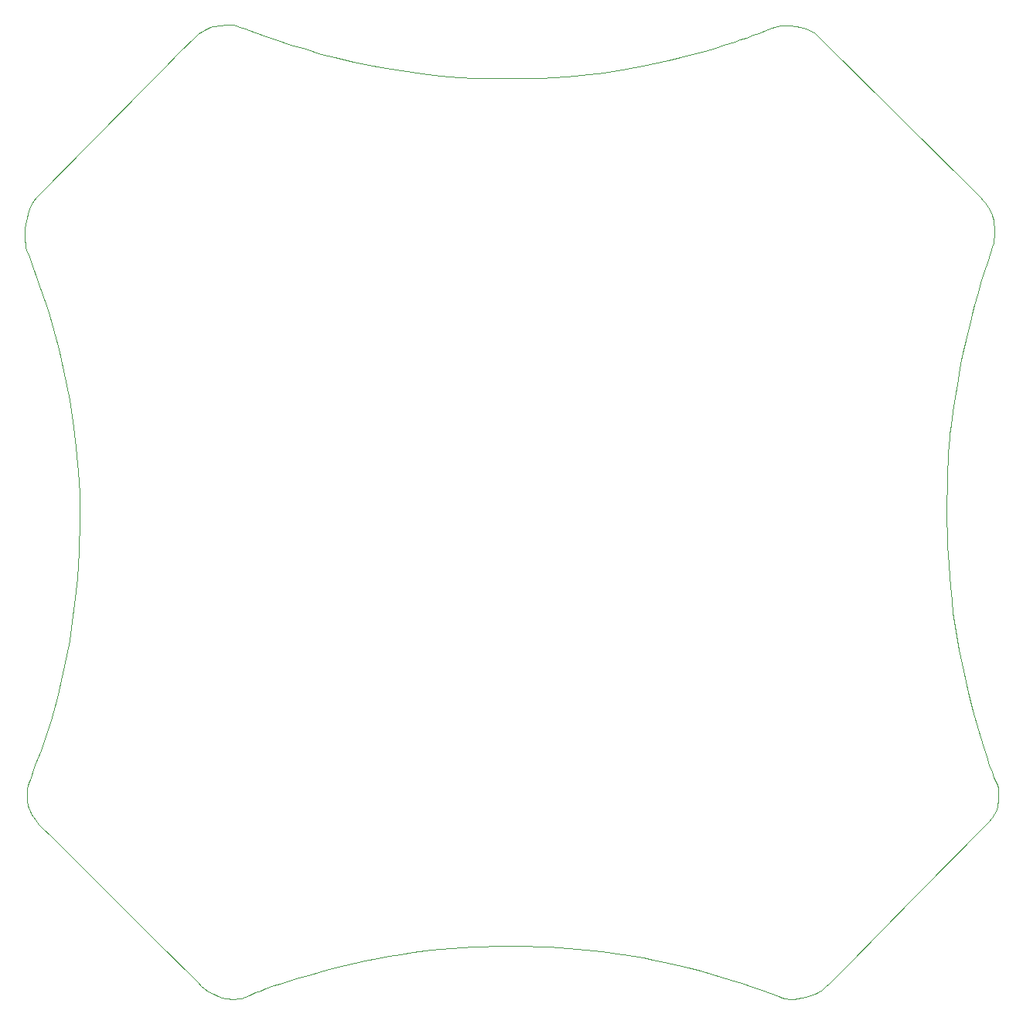
<source format=gbr>
%TF.GenerationSoftware,KiCad,Pcbnew,7.0.5-0*%
%TF.CreationDate,2025-05-09T23:22:14+02:00*%
%TF.ProjectId,ghost-feather-v1,67686f73-742d-4666-9561-746865722d76,rev?*%
%TF.SameCoordinates,PX519d8e0PY8b6d5c0*%
%TF.FileFunction,Profile,NP*%
%FSLAX46Y46*%
G04 Gerber Fmt 4.6, Leading zero omitted, Abs format (unit mm)*
G04 Created by KiCad (PCBNEW 7.0.5-0) date 2025-05-09 23:22:14*
%MOMM*%
%LPD*%
G01*
G04 APERTURE LIST*
%TA.AperFunction,Profile*%
%ADD10C,0.100000*%
%TD*%
G04 APERTURE END LIST*
D10*
X77620000Y4020000D02*
X78980000Y3650000D01*
X43510000Y5640000D02*
X44810000Y5860000D01*
X89180000Y107170000D02*
X88540000Y107360000D01*
X40910000Y5140000D02*
X42260000Y5410000D01*
X47170000Y102260000D02*
X44890000Y102590000D01*
X22960000Y2390000D02*
X23310000Y2120000D01*
X31350000Y105890000D02*
X30080000Y106330000D01*
X88010000Y107460000D02*
X87480000Y107510000D01*
X67470000Y6060000D02*
X68380000Y5930000D01*
X23000000Y106870000D02*
X22710000Y106680000D01*
X3860000Y23780000D02*
X3850000Y23550000D01*
X7930000Y37410000D02*
X7160000Y33980000D01*
X110260000Y22990000D02*
X110260000Y23350000D01*
X109700000Y86280000D02*
X109660000Y86430000D01*
X104980000Y46150000D02*
X104700000Y49710000D01*
X108260000Y88710000D02*
X107780000Y89220000D01*
X47510000Y6260000D02*
X48120000Y6330000D01*
X3670000Y83950000D02*
X3680000Y83660000D01*
X109660000Y86430000D02*
X109550000Y86740000D01*
X109750000Y85940000D02*
X109700000Y86280000D01*
X6000000Y76840000D02*
X6230000Y76110000D01*
X4580000Y88330000D02*
X4440000Y88120000D01*
X104930000Y62860000D02*
X105070000Y63840000D01*
X109550000Y25820000D02*
X109250000Y26620000D01*
X58790000Y6730000D02*
X59800000Y6700000D01*
X109360000Y82730000D02*
X109550000Y83300000D01*
X3640000Y84960000D02*
X3650000Y84490000D01*
X28200000Y1370000D02*
X28870000Y1650000D01*
X108540000Y88400000D02*
X108260000Y88710000D01*
X4790000Y20530000D02*
X5170000Y20070000D01*
X57510000Y6750000D02*
X58790000Y6730000D01*
X108920000Y87920000D02*
X108770000Y88110000D01*
X93610000Y4590000D02*
X101030000Y12080000D01*
X42260000Y5410000D02*
X43510000Y5640000D01*
X107460000Y32480000D02*
X106940000Y34580000D01*
X90130000Y1520000D02*
X90540000Y1700000D01*
X85270000Y1600000D02*
X86160000Y1260000D01*
X106400000Y36910000D02*
X105930000Y39160000D01*
X3980000Y24320000D02*
X3910000Y24060000D01*
X105070000Y63840000D02*
X105270000Y65290000D01*
X106650000Y73040000D02*
X106940000Y74200000D01*
X20460000Y104540000D02*
X18770000Y102800000D01*
X9540000Y49980000D02*
X9360000Y47060000D01*
X26520000Y107580000D02*
X26250000Y107610000D01*
X44890000Y102590000D02*
X42650000Y102950000D01*
X61450000Y101840000D02*
X60150000Y101790000D01*
X87060000Y980000D02*
X87290000Y950000D01*
X109990000Y24750000D02*
X109760000Y25270000D01*
X109760000Y84060000D02*
X109820000Y84460000D01*
X4000000Y86960000D02*
X3860000Y86480000D01*
X107930000Y78030000D02*
X108400000Y79670000D01*
X3810000Y82960000D02*
X4110000Y82180000D01*
X24510000Y107470000D02*
X24200000Y107400000D01*
X7160000Y33980000D02*
X6480000Y31530000D01*
X105490000Y66910000D02*
X105710000Y68250000D01*
X36910000Y4200000D02*
X38660000Y4630000D01*
X48120000Y6330000D02*
X49160000Y6430000D01*
X3650000Y84490000D02*
X3670000Y83950000D01*
X3860000Y23060000D02*
X3910000Y22630000D01*
X4770000Y26550000D02*
X4200000Y24980000D01*
X3700000Y83460000D02*
X3740000Y83230000D01*
X90910000Y1930000D02*
X91300000Y2270000D01*
X92310000Y3220000D02*
X92890000Y3830000D01*
X104590000Y53690000D02*
X104590000Y55440000D01*
X83960000Y106690000D02*
X83390000Y106470000D01*
X64600000Y102120000D02*
X62860000Y101960000D01*
X73680000Y5010000D02*
X75190000Y4650000D01*
X79240000Y105080000D02*
X78110000Y104740000D01*
X108960000Y27480000D02*
X108610000Y28520000D01*
X4000000Y22190000D02*
X4090000Y21860000D01*
X109820000Y84460000D02*
X109830000Y84840000D01*
X110180000Y22260000D02*
X110240000Y22600000D01*
X80920000Y3070000D02*
X82120000Y2700000D01*
X109950000Y21520000D02*
X110110000Y21970000D01*
X109700000Y83770000D02*
X109760000Y84060000D01*
X28820000Y106790000D02*
X27720000Y107180000D01*
X109250000Y26620000D02*
X108960000Y27480000D01*
X85790000Y107390000D02*
X85430000Y107260000D01*
X87910000Y960000D02*
X88200000Y1010000D01*
X72360000Y5280000D02*
X73680000Y5010000D01*
X104890000Y62490000D02*
X104930000Y62860000D01*
X104700000Y49710000D02*
X104660000Y50490000D01*
X105270000Y65290000D02*
X105490000Y66910000D01*
X3850000Y23550000D02*
X3860000Y23060000D01*
X108770000Y88110000D02*
X108540000Y88400000D01*
X4340000Y21250000D02*
X4790000Y20530000D01*
X105930000Y39160000D02*
X105490000Y41750000D01*
X9640000Y53380000D02*
X9540000Y49980000D01*
X37610000Y104030000D02*
X36080000Y104430000D01*
X8990000Y63620000D02*
X9250000Y61390000D01*
X49210000Y102040000D02*
X47170000Y102260000D01*
X9460000Y58730000D02*
X9600000Y56300000D01*
X105910000Y69450000D02*
X106110000Y70500000D01*
X28870000Y1650000D02*
X29470000Y1900000D01*
X25560000Y107590000D02*
X25150000Y107560000D01*
X110120000Y24390000D02*
X109990000Y24750000D01*
X109810000Y21220000D02*
X109950000Y21520000D01*
X108400000Y79670000D02*
X108690000Y80660000D01*
X59800000Y6700000D02*
X61020000Y6660000D01*
X4190000Y21580000D02*
X4340000Y21250000D01*
X9650000Y53940000D02*
X9640000Y53380000D01*
X4110000Y82180000D02*
X4290000Y81700000D01*
X24250000Y1520000D02*
X24760000Y1300000D01*
X52880000Y101800000D02*
X51220000Y101880000D01*
X36080000Y104430000D02*
X34370000Y104950000D01*
X5380000Y28170000D02*
X4770000Y26550000D01*
X80170000Y105380000D02*
X79240000Y105080000D01*
X22340000Y106360000D02*
X20460000Y104540000D01*
X4440000Y88120000D02*
X4320000Y87880000D01*
X32780000Y105410000D02*
X31350000Y105890000D01*
X26200000Y950000D02*
X26580000Y940000D01*
X76720000Y104360000D02*
X75390000Y104030000D01*
X78980000Y3650000D02*
X79800000Y3420000D01*
X87290000Y950000D02*
X87560000Y940000D01*
X8500000Y40240000D02*
X7930000Y37410000D01*
X9360000Y47060000D02*
X9070000Y44230000D01*
X3720000Y85860000D02*
X3650000Y85250000D01*
X69170000Y5830000D02*
X70230000Y5650000D01*
X86420000Y107500000D02*
X86000000Y107440000D01*
X3860000Y86480000D02*
X3720000Y85860000D01*
X8530000Y66570000D02*
X8990000Y63620000D01*
X82120000Y2700000D02*
X83270000Y2300000D01*
X26010000Y107620000D02*
X25840000Y107610000D01*
X32120000Y2820000D02*
X33320000Y3200000D01*
X46100000Y6060000D02*
X47510000Y6260000D01*
X27720000Y1170000D02*
X28200000Y1370000D01*
X3910000Y22630000D02*
X4000000Y22190000D01*
X55240000Y101760000D02*
X52880000Y101800000D01*
X30920000Y2450000D02*
X31580000Y2650000D01*
X25210000Y1140000D02*
X25610000Y1040000D01*
X86000000Y107440000D02*
X85790000Y107390000D01*
X25840000Y107610000D02*
X25560000Y107590000D01*
X44810000Y5860000D02*
X46100000Y6060000D01*
X79800000Y3420000D02*
X80920000Y3070000D01*
X86970000Y107520000D02*
X86420000Y107500000D01*
X110260000Y23350000D02*
X110230000Y23700000D01*
X87480000Y107510000D02*
X86970000Y107520000D01*
X104650000Y58570000D02*
X104720000Y60210000D01*
X86820000Y1030000D02*
X87060000Y980000D01*
X106940000Y74200000D02*
X107170000Y75120000D01*
X81340000Y105770000D02*
X80170000Y105380000D01*
X108260000Y29590000D02*
X108020000Y30440000D01*
X90540000Y1700000D02*
X90910000Y1930000D01*
X56320000Y6750000D02*
X57510000Y6750000D01*
X9600000Y56300000D02*
X9650000Y53940000D01*
X5170000Y79260000D02*
X6000000Y76840000D01*
X26780000Y107520000D02*
X26520000Y107580000D01*
X108610000Y28520000D02*
X108260000Y29590000D01*
X26580000Y940000D02*
X26990000Y980000D01*
X6480000Y31530000D02*
X5380000Y28170000D01*
X38660000Y4630000D02*
X40910000Y5140000D01*
X71340000Y5470000D02*
X72360000Y5280000D01*
X9330000Y60490000D02*
X9460000Y58730000D01*
X51220000Y101880000D02*
X49210000Y102040000D01*
X52600000Y6670000D02*
X53730000Y6710000D01*
X65050000Y6340000D02*
X65930000Y6250000D01*
X23960000Y107330000D02*
X23610000Y107190000D01*
X23610000Y107190000D02*
X23250000Y107000000D01*
X10250000Y15100000D02*
X17620000Y7730000D01*
X34370000Y104950000D02*
X32780000Y105410000D01*
X104720000Y60210000D02*
X104750000Y60720000D01*
X107780000Y89220000D02*
X90530000Y106350000D01*
X53730000Y6710000D02*
X55060000Y6740000D01*
X104620000Y51630000D02*
X104590000Y53690000D01*
X78110000Y104740000D02*
X76720000Y104360000D01*
X24200000Y107400000D02*
X23960000Y107330000D01*
X24760000Y1300000D02*
X25210000Y1140000D01*
X81960000Y105970000D02*
X81340000Y105770000D01*
X55060000Y6740000D02*
X56320000Y6750000D01*
X88680000Y1090000D02*
X89110000Y1190000D01*
X9070000Y44230000D02*
X8800000Y42300000D01*
X17620000Y7730000D02*
X22560000Y2750000D01*
X18770000Y102800000D02*
X17120000Y101110000D01*
X6500000Y18780000D02*
X10250000Y15100000D01*
X4170000Y87490000D02*
X4000000Y86960000D01*
X27720000Y107180000D02*
X27150000Y107390000D01*
X65930000Y6250000D02*
X66690000Y6160000D01*
X106350000Y71700000D02*
X106650000Y73040000D01*
X4080000Y24640000D02*
X3980000Y24320000D01*
X3650000Y85250000D02*
X3640000Y84960000D01*
X29470000Y1900000D02*
X29990000Y2100000D01*
X3680000Y83660000D02*
X3700000Y83460000D01*
X31580000Y2650000D02*
X32120000Y2820000D01*
X89580000Y107020000D02*
X89180000Y107170000D01*
X57740000Y101750000D02*
X55240000Y101760000D01*
X27300000Y1040000D02*
X27720000Y1170000D01*
X67040000Y102400000D02*
X64600000Y102120000D01*
X64120000Y6430000D02*
X65050000Y6340000D01*
X83270000Y2300000D02*
X84310000Y1940000D01*
X83390000Y106470000D02*
X82660000Y106200000D01*
X105710000Y68250000D02*
X105910000Y69450000D01*
X88540000Y107360000D02*
X88010000Y107460000D01*
X7330000Y72150000D02*
X7880000Y69770000D01*
X29990000Y2100000D02*
X30920000Y2450000D01*
X27150000Y107390000D02*
X26780000Y107520000D01*
X66690000Y6160000D02*
X67470000Y6060000D01*
X105270000Y43290000D02*
X105130000Y44620000D01*
X4090000Y21860000D02*
X4190000Y21580000D01*
X23700000Y1810000D02*
X24250000Y1520000D01*
X51640000Y6620000D02*
X52600000Y6670000D01*
X109340000Y87190000D02*
X109130000Y87600000D01*
X3740000Y83230000D02*
X3810000Y82960000D01*
X106940000Y34580000D02*
X106400000Y36910000D01*
X60150000Y101790000D02*
X57740000Y101750000D01*
X84310000Y1940000D02*
X85270000Y1600000D01*
X90530000Y106350000D02*
X90230000Y106630000D01*
X23310000Y2120000D02*
X23700000Y1810000D01*
X3910000Y24060000D02*
X3860000Y23780000D01*
X105490000Y41750000D02*
X105270000Y43290000D01*
X33320000Y3200000D02*
X34960000Y3680000D01*
X109090000Y20310000D02*
X109550000Y20830000D01*
X7880000Y69770000D02*
X8530000Y66570000D01*
X5570000Y19660000D02*
X6500000Y18780000D01*
X110190000Y24050000D02*
X110120000Y24390000D01*
X70230000Y5650000D02*
X71340000Y5470000D01*
X92890000Y3830000D02*
X93610000Y4590000D01*
X107170000Y75120000D02*
X107370000Y75950000D01*
X30080000Y106330000D02*
X28820000Y106790000D01*
X4320000Y87880000D02*
X4170000Y87490000D01*
X24800000Y107520000D02*
X24510000Y107470000D01*
X109830000Y84840000D02*
X109810000Y85360000D01*
X23250000Y107000000D02*
X23000000Y106870000D01*
X91300000Y2270000D02*
X91790000Y2740000D01*
X4910000Y88730000D02*
X4580000Y88330000D01*
X109810000Y85360000D02*
X109750000Y85940000D01*
X22530000Y106520000D02*
X22340000Y106360000D01*
X109550000Y20830000D02*
X109810000Y21220000D01*
X22560000Y2750000D02*
X22960000Y2390000D01*
X25880000Y990000D02*
X26200000Y950000D01*
X107370000Y75950000D02*
X107620000Y76960000D01*
X85000000Y107090000D02*
X83960000Y106690000D01*
X88200000Y1010000D02*
X88680000Y1090000D01*
X42650000Y102950000D02*
X41290000Y103220000D01*
X69460000Y102780000D02*
X67040000Y102400000D01*
X108690000Y80660000D02*
X109010000Y81640000D01*
X25610000Y1040000D02*
X25880000Y990000D01*
X109550000Y86740000D02*
X109340000Y87190000D01*
X82660000Y106200000D02*
X81960000Y105970000D01*
X87560000Y940000D02*
X87910000Y960000D01*
X105130000Y44620000D02*
X104980000Y46150000D01*
X68380000Y5930000D02*
X69170000Y5830000D01*
X86520000Y1120000D02*
X86820000Y1030000D01*
X34960000Y3680000D02*
X36910000Y4200000D01*
X39650000Y103550000D02*
X37610000Y104030000D01*
X22710000Y106680000D02*
X22530000Y106520000D01*
X17120000Y101110000D02*
X4910000Y88730000D01*
X4200000Y24980000D02*
X4080000Y24640000D01*
X76270000Y4380000D02*
X77620000Y4020000D01*
X50230000Y6510000D02*
X51640000Y6620000D01*
X110230000Y23700000D02*
X110190000Y24050000D01*
X26990000Y980000D02*
X27300000Y1040000D01*
X89110000Y1190000D02*
X89610000Y1340000D01*
X101030000Y12080000D02*
X109090000Y20310000D01*
X49160000Y6430000D02*
X50230000Y6510000D01*
X5170000Y20070000D02*
X5570000Y19660000D01*
X109130000Y87600000D02*
X108920000Y87920000D01*
X8800000Y42300000D02*
X8500000Y40240000D01*
X63140000Y6520000D02*
X64120000Y6430000D01*
X25150000Y107560000D02*
X24800000Y107520000D01*
X62150000Y6600000D02*
X63140000Y6520000D01*
X85430000Y107260000D02*
X85000000Y107090000D01*
X110110000Y21970000D02*
X110180000Y22260000D01*
X75390000Y104030000D02*
X74060000Y103710000D01*
X104610000Y56930000D02*
X104650000Y58570000D01*
X91790000Y2740000D02*
X92310000Y3220000D01*
X89860000Y106880000D02*
X89580000Y107020000D01*
X109010000Y81640000D02*
X109360000Y82730000D01*
X62860000Y101960000D02*
X61450000Y101840000D01*
X6230000Y76110000D02*
X7330000Y72150000D01*
X9250000Y61390000D02*
X9330000Y60490000D01*
X109760000Y25270000D02*
X109550000Y25820000D01*
X107620000Y76960000D02*
X107930000Y78030000D01*
X104660000Y50490000D02*
X104620000Y51630000D01*
X86160000Y1260000D02*
X86520000Y1120000D01*
X108020000Y30440000D02*
X107460000Y32480000D01*
X75190000Y4650000D02*
X76270000Y4380000D01*
X90070000Y106750000D02*
X89860000Y106880000D01*
X71300000Y103130000D02*
X69460000Y102780000D01*
X61020000Y6660000D02*
X62150000Y6600000D01*
X104750000Y60720000D02*
X104890000Y62490000D01*
X4290000Y81700000D02*
X5170000Y79260000D01*
X106110000Y70500000D02*
X106350000Y71700000D01*
X109550000Y83300000D02*
X109700000Y83770000D01*
X41290000Y103220000D02*
X39650000Y103550000D01*
X74060000Y103710000D02*
X71300000Y103130000D01*
X104590000Y55440000D02*
X104610000Y56930000D01*
X110240000Y22600000D02*
X110260000Y22990000D01*
X90230000Y106630000D02*
X90070000Y106750000D01*
X89610000Y1340000D02*
X90130000Y1520000D01*
X26250000Y107610000D02*
X26010000Y107620000D01*
M02*

</source>
